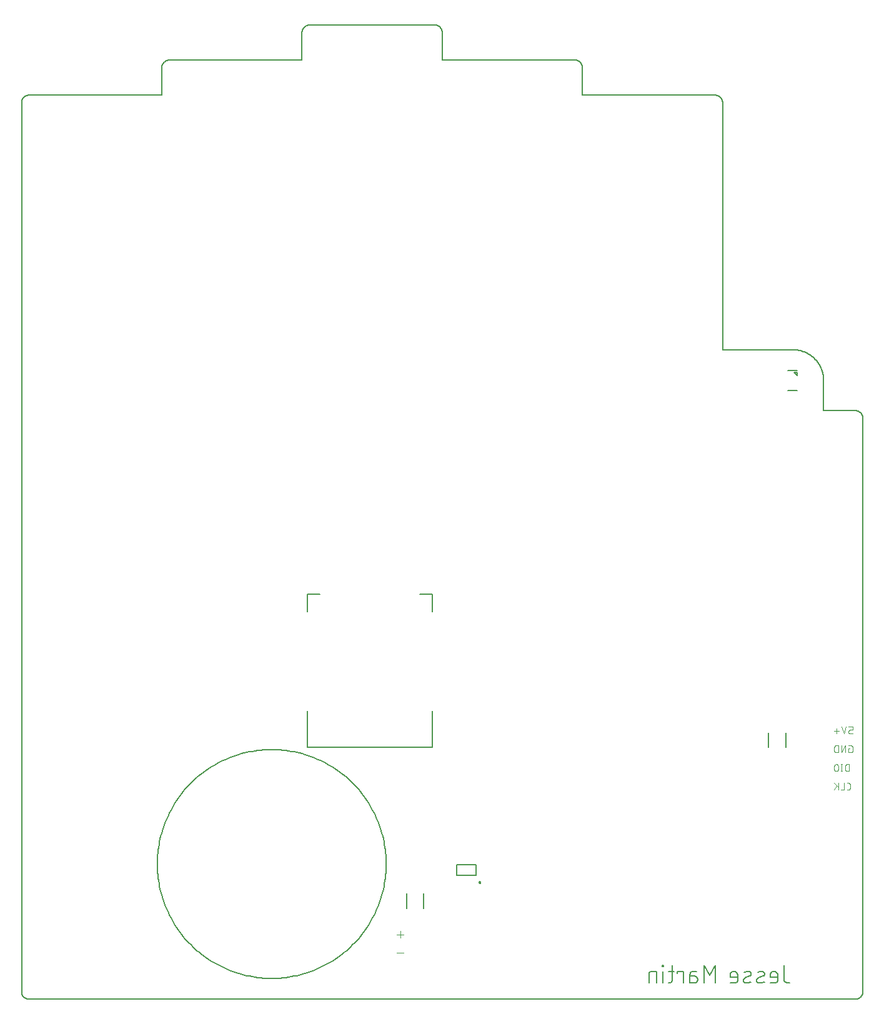
<source format=gbo>
G75*
%MOIN*%
%OFA0B0*%
%FSLAX25Y25*%
%IPPOS*%
%LPD*%
%AMOC8*
5,1,8,0,0,1.08239X$1,22.5*
%
%ADD10C,0.00600*%
%ADD11C,0.00800*%
%ADD12C,0.00400*%
%ADD13C,0.00300*%
%ADD14C,0.00500*%
%ADD15C,0.00787*%
D10*
X0089883Y0072166D02*
X0089883Y0546576D01*
X0089885Y0546700D01*
X0089891Y0546823D01*
X0089900Y0546947D01*
X0089914Y0547069D01*
X0089931Y0547192D01*
X0089953Y0547314D01*
X0089978Y0547435D01*
X0090007Y0547555D01*
X0090039Y0547674D01*
X0090076Y0547793D01*
X0090116Y0547910D01*
X0090159Y0548025D01*
X0090207Y0548140D01*
X0090258Y0548252D01*
X0090312Y0548363D01*
X0090370Y0548473D01*
X0090431Y0548580D01*
X0090496Y0548686D01*
X0090564Y0548789D01*
X0090635Y0548890D01*
X0090709Y0548989D01*
X0090786Y0549086D01*
X0090867Y0549180D01*
X0090950Y0549271D01*
X0091036Y0549360D01*
X0091125Y0549446D01*
X0091216Y0549529D01*
X0091310Y0549610D01*
X0091407Y0549687D01*
X0091506Y0549761D01*
X0091607Y0549832D01*
X0091710Y0549900D01*
X0091816Y0549965D01*
X0091923Y0550026D01*
X0092033Y0550084D01*
X0092144Y0550138D01*
X0092256Y0550189D01*
X0092371Y0550237D01*
X0092486Y0550280D01*
X0092603Y0550320D01*
X0092722Y0550357D01*
X0092841Y0550389D01*
X0092961Y0550418D01*
X0093082Y0550443D01*
X0093204Y0550465D01*
X0093327Y0550482D01*
X0093449Y0550496D01*
X0093573Y0550505D01*
X0093696Y0550511D01*
X0093820Y0550513D01*
X0164686Y0550513D01*
X0164686Y0565276D01*
X0164688Y0565400D01*
X0164694Y0565523D01*
X0164703Y0565647D01*
X0164717Y0565769D01*
X0164734Y0565892D01*
X0164756Y0566014D01*
X0164781Y0566135D01*
X0164810Y0566255D01*
X0164842Y0566374D01*
X0164879Y0566493D01*
X0164919Y0566610D01*
X0164962Y0566725D01*
X0165010Y0566840D01*
X0165061Y0566952D01*
X0165115Y0567063D01*
X0165173Y0567173D01*
X0165234Y0567280D01*
X0165299Y0567386D01*
X0165367Y0567489D01*
X0165438Y0567590D01*
X0165512Y0567689D01*
X0165589Y0567786D01*
X0165670Y0567880D01*
X0165753Y0567971D01*
X0165839Y0568060D01*
X0165928Y0568146D01*
X0166019Y0568229D01*
X0166113Y0568310D01*
X0166210Y0568387D01*
X0166309Y0568461D01*
X0166410Y0568532D01*
X0166513Y0568600D01*
X0166619Y0568665D01*
X0166726Y0568726D01*
X0166836Y0568784D01*
X0166947Y0568838D01*
X0167059Y0568889D01*
X0167174Y0568937D01*
X0167289Y0568980D01*
X0167406Y0569020D01*
X0167525Y0569057D01*
X0167644Y0569089D01*
X0167764Y0569118D01*
X0167885Y0569143D01*
X0168007Y0569165D01*
X0168130Y0569182D01*
X0168252Y0569196D01*
X0168376Y0569205D01*
X0168499Y0569211D01*
X0168623Y0569213D01*
X0239489Y0569213D01*
X0239489Y0583977D01*
X0239491Y0584101D01*
X0239497Y0584224D01*
X0239506Y0584348D01*
X0239520Y0584470D01*
X0239537Y0584593D01*
X0239559Y0584715D01*
X0239584Y0584836D01*
X0239613Y0584956D01*
X0239645Y0585075D01*
X0239682Y0585194D01*
X0239722Y0585311D01*
X0239765Y0585426D01*
X0239813Y0585541D01*
X0239864Y0585653D01*
X0239918Y0585764D01*
X0239976Y0585874D01*
X0240037Y0585981D01*
X0240102Y0586087D01*
X0240170Y0586190D01*
X0240241Y0586291D01*
X0240315Y0586390D01*
X0240392Y0586487D01*
X0240473Y0586581D01*
X0240556Y0586672D01*
X0240642Y0586761D01*
X0240731Y0586847D01*
X0240822Y0586930D01*
X0240916Y0587011D01*
X0241013Y0587088D01*
X0241112Y0587162D01*
X0241213Y0587233D01*
X0241316Y0587301D01*
X0241422Y0587366D01*
X0241529Y0587427D01*
X0241639Y0587485D01*
X0241750Y0587539D01*
X0241862Y0587590D01*
X0241977Y0587638D01*
X0242092Y0587681D01*
X0242209Y0587721D01*
X0242328Y0587758D01*
X0242447Y0587790D01*
X0242567Y0587819D01*
X0242688Y0587844D01*
X0242810Y0587866D01*
X0242933Y0587883D01*
X0243055Y0587897D01*
X0243179Y0587906D01*
X0243302Y0587912D01*
X0243426Y0587914D01*
X0310355Y0587914D01*
X0310479Y0587912D01*
X0310602Y0587906D01*
X0310726Y0587897D01*
X0310848Y0587883D01*
X0310971Y0587866D01*
X0311093Y0587844D01*
X0311214Y0587819D01*
X0311334Y0587790D01*
X0311453Y0587758D01*
X0311572Y0587721D01*
X0311689Y0587681D01*
X0311804Y0587638D01*
X0311919Y0587590D01*
X0312031Y0587539D01*
X0312142Y0587485D01*
X0312252Y0587427D01*
X0312359Y0587366D01*
X0312465Y0587301D01*
X0312568Y0587233D01*
X0312669Y0587162D01*
X0312768Y0587088D01*
X0312865Y0587011D01*
X0312959Y0586930D01*
X0313050Y0586847D01*
X0313139Y0586761D01*
X0313225Y0586672D01*
X0313308Y0586581D01*
X0313389Y0586487D01*
X0313466Y0586390D01*
X0313540Y0586291D01*
X0313611Y0586190D01*
X0313679Y0586087D01*
X0313744Y0585981D01*
X0313805Y0585874D01*
X0313863Y0585764D01*
X0313917Y0585653D01*
X0313968Y0585541D01*
X0314016Y0585426D01*
X0314059Y0585311D01*
X0314099Y0585194D01*
X0314136Y0585075D01*
X0314168Y0584956D01*
X0314197Y0584836D01*
X0314222Y0584715D01*
X0314244Y0584593D01*
X0314261Y0584470D01*
X0314275Y0584348D01*
X0314284Y0584224D01*
X0314290Y0584101D01*
X0314292Y0583977D01*
X0314292Y0569213D01*
X0385158Y0569213D01*
X0385282Y0569211D01*
X0385405Y0569205D01*
X0385529Y0569196D01*
X0385651Y0569182D01*
X0385774Y0569165D01*
X0385896Y0569143D01*
X0386017Y0569118D01*
X0386137Y0569089D01*
X0386256Y0569057D01*
X0386375Y0569020D01*
X0386492Y0568980D01*
X0386607Y0568937D01*
X0386722Y0568889D01*
X0386834Y0568838D01*
X0386945Y0568784D01*
X0387055Y0568726D01*
X0387162Y0568665D01*
X0387268Y0568600D01*
X0387371Y0568532D01*
X0387472Y0568461D01*
X0387571Y0568387D01*
X0387668Y0568310D01*
X0387762Y0568229D01*
X0387853Y0568146D01*
X0387942Y0568060D01*
X0388028Y0567971D01*
X0388111Y0567880D01*
X0388192Y0567786D01*
X0388269Y0567689D01*
X0388343Y0567590D01*
X0388414Y0567489D01*
X0388482Y0567386D01*
X0388547Y0567280D01*
X0388608Y0567173D01*
X0388666Y0567063D01*
X0388720Y0566952D01*
X0388771Y0566840D01*
X0388819Y0566725D01*
X0388862Y0566610D01*
X0388902Y0566493D01*
X0388939Y0566374D01*
X0388971Y0566255D01*
X0389000Y0566135D01*
X0389025Y0566014D01*
X0389047Y0565892D01*
X0389064Y0565769D01*
X0389078Y0565647D01*
X0389087Y0565523D01*
X0389093Y0565400D01*
X0389095Y0565276D01*
X0389095Y0550513D01*
X0459961Y0550513D01*
X0460085Y0550511D01*
X0460208Y0550505D01*
X0460332Y0550496D01*
X0460454Y0550482D01*
X0460577Y0550465D01*
X0460699Y0550443D01*
X0460820Y0550418D01*
X0460940Y0550389D01*
X0461059Y0550357D01*
X0461178Y0550320D01*
X0461295Y0550280D01*
X0461410Y0550237D01*
X0461525Y0550189D01*
X0461637Y0550138D01*
X0461748Y0550084D01*
X0461858Y0550026D01*
X0461965Y0549965D01*
X0462071Y0549900D01*
X0462174Y0549832D01*
X0462275Y0549761D01*
X0462374Y0549687D01*
X0462471Y0549610D01*
X0462565Y0549529D01*
X0462656Y0549446D01*
X0462745Y0549360D01*
X0462831Y0549271D01*
X0462914Y0549180D01*
X0462995Y0549086D01*
X0463072Y0548989D01*
X0463146Y0548890D01*
X0463217Y0548789D01*
X0463285Y0548686D01*
X0463350Y0548580D01*
X0463411Y0548473D01*
X0463469Y0548363D01*
X0463523Y0548252D01*
X0463574Y0548140D01*
X0463622Y0548025D01*
X0463665Y0547910D01*
X0463705Y0547793D01*
X0463742Y0547674D01*
X0463774Y0547555D01*
X0463803Y0547435D01*
X0463828Y0547314D01*
X0463850Y0547192D01*
X0463867Y0547069D01*
X0463881Y0546947D01*
X0463890Y0546823D01*
X0463896Y0546700D01*
X0463898Y0546576D01*
X0463898Y0414686D01*
X0501300Y0414686D01*
X0501300Y0414685D02*
X0501700Y0414680D01*
X0502099Y0414666D01*
X0502498Y0414642D01*
X0502896Y0414608D01*
X0503293Y0414564D01*
X0503689Y0414511D01*
X0504084Y0414449D01*
X0504477Y0414377D01*
X0504868Y0414295D01*
X0505257Y0414205D01*
X0505644Y0414104D01*
X0506028Y0413995D01*
X0506410Y0413876D01*
X0506788Y0413748D01*
X0507163Y0413610D01*
X0507535Y0413464D01*
X0507903Y0413309D01*
X0508268Y0413145D01*
X0508628Y0412972D01*
X0508984Y0412791D01*
X0509336Y0412601D01*
X0509683Y0412403D01*
X0510025Y0412196D01*
X0510361Y0411981D01*
X0510693Y0411758D01*
X0511019Y0411527D01*
X0511339Y0411288D01*
X0511654Y0411042D01*
X0511962Y0410788D01*
X0512265Y0410527D01*
X0512561Y0410258D01*
X0512850Y0409982D01*
X0513132Y0409700D01*
X0513408Y0409411D01*
X0513677Y0409115D01*
X0513938Y0408812D01*
X0514192Y0408504D01*
X0514438Y0408189D01*
X0514677Y0407869D01*
X0514908Y0407543D01*
X0515131Y0407211D01*
X0515346Y0406875D01*
X0515553Y0406533D01*
X0515751Y0406186D01*
X0515941Y0405834D01*
X0516122Y0405478D01*
X0516295Y0405118D01*
X0516459Y0404753D01*
X0516614Y0404385D01*
X0516760Y0404013D01*
X0516898Y0403638D01*
X0517026Y0403260D01*
X0517145Y0402878D01*
X0517254Y0402494D01*
X0517355Y0402107D01*
X0517445Y0401718D01*
X0517527Y0401327D01*
X0517599Y0400934D01*
X0517661Y0400539D01*
X0517714Y0400143D01*
X0517758Y0399746D01*
X0517792Y0399348D01*
X0517816Y0398949D01*
X0517830Y0398550D01*
X0517835Y0398150D01*
X0517835Y0382206D01*
X0534765Y0382206D01*
X0534889Y0382204D01*
X0535012Y0382198D01*
X0535136Y0382189D01*
X0535258Y0382175D01*
X0535381Y0382158D01*
X0535503Y0382136D01*
X0535624Y0382111D01*
X0535744Y0382082D01*
X0535863Y0382050D01*
X0535982Y0382013D01*
X0536099Y0381973D01*
X0536214Y0381930D01*
X0536329Y0381882D01*
X0536441Y0381831D01*
X0536552Y0381777D01*
X0536662Y0381719D01*
X0536769Y0381658D01*
X0536875Y0381593D01*
X0536978Y0381525D01*
X0537079Y0381454D01*
X0537178Y0381380D01*
X0537275Y0381303D01*
X0537369Y0381222D01*
X0537460Y0381139D01*
X0537549Y0381053D01*
X0537635Y0380964D01*
X0537718Y0380873D01*
X0537799Y0380779D01*
X0537876Y0380682D01*
X0537950Y0380583D01*
X0538021Y0380482D01*
X0538089Y0380379D01*
X0538154Y0380273D01*
X0538215Y0380166D01*
X0538273Y0380056D01*
X0538327Y0379945D01*
X0538378Y0379833D01*
X0538426Y0379718D01*
X0538469Y0379603D01*
X0538509Y0379486D01*
X0538546Y0379367D01*
X0538578Y0379248D01*
X0538607Y0379128D01*
X0538632Y0379007D01*
X0538654Y0378885D01*
X0538671Y0378762D01*
X0538685Y0378640D01*
X0538694Y0378516D01*
X0538700Y0378393D01*
X0538702Y0378269D01*
X0538702Y0072166D01*
X0538700Y0072042D01*
X0538694Y0071919D01*
X0538685Y0071795D01*
X0538671Y0071673D01*
X0538654Y0071550D01*
X0538632Y0071428D01*
X0538607Y0071307D01*
X0538578Y0071187D01*
X0538546Y0071068D01*
X0538509Y0070949D01*
X0538469Y0070832D01*
X0538426Y0070717D01*
X0538378Y0070602D01*
X0538327Y0070490D01*
X0538273Y0070379D01*
X0538215Y0070269D01*
X0538154Y0070162D01*
X0538089Y0070056D01*
X0538021Y0069953D01*
X0537950Y0069852D01*
X0537876Y0069753D01*
X0537799Y0069656D01*
X0537718Y0069562D01*
X0537635Y0069471D01*
X0537549Y0069382D01*
X0537460Y0069296D01*
X0537369Y0069213D01*
X0537275Y0069132D01*
X0537178Y0069055D01*
X0537079Y0068981D01*
X0536978Y0068910D01*
X0536875Y0068842D01*
X0536769Y0068777D01*
X0536662Y0068716D01*
X0536552Y0068658D01*
X0536441Y0068604D01*
X0536329Y0068553D01*
X0536214Y0068505D01*
X0536099Y0068462D01*
X0535982Y0068422D01*
X0535863Y0068385D01*
X0535744Y0068353D01*
X0535624Y0068324D01*
X0535503Y0068299D01*
X0535381Y0068277D01*
X0535258Y0068260D01*
X0535136Y0068246D01*
X0535012Y0068237D01*
X0534889Y0068231D01*
X0534765Y0068229D01*
X0093820Y0068229D01*
X0093696Y0068231D01*
X0093573Y0068237D01*
X0093449Y0068246D01*
X0093327Y0068260D01*
X0093204Y0068277D01*
X0093082Y0068299D01*
X0092961Y0068324D01*
X0092841Y0068353D01*
X0092722Y0068385D01*
X0092603Y0068422D01*
X0092486Y0068462D01*
X0092371Y0068505D01*
X0092256Y0068553D01*
X0092144Y0068604D01*
X0092033Y0068658D01*
X0091923Y0068716D01*
X0091816Y0068777D01*
X0091710Y0068842D01*
X0091607Y0068910D01*
X0091506Y0068981D01*
X0091407Y0069055D01*
X0091310Y0069132D01*
X0091216Y0069213D01*
X0091125Y0069296D01*
X0091036Y0069382D01*
X0090950Y0069471D01*
X0090867Y0069562D01*
X0090786Y0069656D01*
X0090709Y0069753D01*
X0090635Y0069852D01*
X0090564Y0069953D01*
X0090496Y0070056D01*
X0090431Y0070162D01*
X0090370Y0070269D01*
X0090312Y0070379D01*
X0090258Y0070490D01*
X0090207Y0070602D01*
X0090159Y0070717D01*
X0090116Y0070832D01*
X0090076Y0070949D01*
X0090039Y0071068D01*
X0090007Y0071187D01*
X0089978Y0071307D01*
X0089953Y0071428D01*
X0089931Y0071550D01*
X0089914Y0071673D01*
X0089900Y0071795D01*
X0089891Y0071919D01*
X0089885Y0072042D01*
X0089883Y0072166D01*
X0162323Y0140276D02*
X0162341Y0141774D01*
X0162397Y0143270D01*
X0162488Y0144765D01*
X0162617Y0146257D01*
X0162782Y0147746D01*
X0162983Y0149230D01*
X0163221Y0150709D01*
X0163496Y0152181D01*
X0163806Y0153646D01*
X0164152Y0155104D01*
X0164534Y0156552D01*
X0164951Y0157990D01*
X0165403Y0159418D01*
X0165890Y0160834D01*
X0166412Y0162238D01*
X0166968Y0163629D01*
X0167558Y0165005D01*
X0168182Y0166367D01*
X0168839Y0167713D01*
X0169529Y0169043D01*
X0170251Y0170355D01*
X0171005Y0171649D01*
X0171791Y0172924D01*
X0172607Y0174179D01*
X0173455Y0175414D01*
X0174332Y0176628D01*
X0175239Y0177820D01*
X0176175Y0178989D01*
X0177139Y0180135D01*
X0178131Y0181257D01*
X0179151Y0182355D01*
X0180197Y0183426D01*
X0181268Y0184472D01*
X0182366Y0185492D01*
X0183488Y0186484D01*
X0184634Y0187448D01*
X0185803Y0188384D01*
X0186995Y0189291D01*
X0188209Y0190168D01*
X0189444Y0191016D01*
X0190699Y0191832D01*
X0191974Y0192618D01*
X0193268Y0193372D01*
X0194580Y0194094D01*
X0195910Y0194784D01*
X0197256Y0195441D01*
X0198618Y0196065D01*
X0199994Y0196655D01*
X0201385Y0197211D01*
X0202789Y0197733D01*
X0204205Y0198220D01*
X0205633Y0198672D01*
X0207071Y0199089D01*
X0208519Y0199471D01*
X0209977Y0199817D01*
X0211442Y0200127D01*
X0212914Y0200402D01*
X0214393Y0200640D01*
X0215877Y0200841D01*
X0217366Y0201006D01*
X0218858Y0201135D01*
X0220353Y0201226D01*
X0221849Y0201282D01*
X0223347Y0201300D01*
X0224845Y0201282D01*
X0226341Y0201226D01*
X0227836Y0201135D01*
X0229328Y0201006D01*
X0230817Y0200841D01*
X0232301Y0200640D01*
X0233780Y0200402D01*
X0235252Y0200127D01*
X0236717Y0199817D01*
X0238175Y0199471D01*
X0239623Y0199089D01*
X0241061Y0198672D01*
X0242489Y0198220D01*
X0243905Y0197733D01*
X0245309Y0197211D01*
X0246700Y0196655D01*
X0248076Y0196065D01*
X0249438Y0195441D01*
X0250784Y0194784D01*
X0252114Y0194094D01*
X0253426Y0193372D01*
X0254720Y0192618D01*
X0255995Y0191832D01*
X0257250Y0191016D01*
X0258485Y0190168D01*
X0259699Y0189291D01*
X0260891Y0188384D01*
X0262060Y0187448D01*
X0263206Y0186484D01*
X0264328Y0185492D01*
X0265426Y0184472D01*
X0266497Y0183426D01*
X0267543Y0182355D01*
X0268563Y0181257D01*
X0269555Y0180135D01*
X0270519Y0178989D01*
X0271455Y0177820D01*
X0272362Y0176628D01*
X0273239Y0175414D01*
X0274087Y0174179D01*
X0274903Y0172924D01*
X0275689Y0171649D01*
X0276443Y0170355D01*
X0277165Y0169043D01*
X0277855Y0167713D01*
X0278512Y0166367D01*
X0279136Y0165005D01*
X0279726Y0163629D01*
X0280282Y0162238D01*
X0280804Y0160834D01*
X0281291Y0159418D01*
X0281743Y0157990D01*
X0282160Y0156552D01*
X0282542Y0155104D01*
X0282888Y0153646D01*
X0283198Y0152181D01*
X0283473Y0150709D01*
X0283711Y0149230D01*
X0283912Y0147746D01*
X0284077Y0146257D01*
X0284206Y0144765D01*
X0284297Y0143270D01*
X0284353Y0141774D01*
X0284371Y0140276D01*
X0284353Y0138778D01*
X0284297Y0137282D01*
X0284206Y0135787D01*
X0284077Y0134295D01*
X0283912Y0132806D01*
X0283711Y0131322D01*
X0283473Y0129843D01*
X0283198Y0128371D01*
X0282888Y0126906D01*
X0282542Y0125448D01*
X0282160Y0124000D01*
X0281743Y0122562D01*
X0281291Y0121134D01*
X0280804Y0119718D01*
X0280282Y0118314D01*
X0279726Y0116923D01*
X0279136Y0115547D01*
X0278512Y0114185D01*
X0277855Y0112839D01*
X0277165Y0111509D01*
X0276443Y0110197D01*
X0275689Y0108903D01*
X0274903Y0107628D01*
X0274087Y0106373D01*
X0273239Y0105138D01*
X0272362Y0103924D01*
X0271455Y0102732D01*
X0270519Y0101563D01*
X0269555Y0100417D01*
X0268563Y0099295D01*
X0267543Y0098197D01*
X0266497Y0097126D01*
X0265426Y0096080D01*
X0264328Y0095060D01*
X0263206Y0094068D01*
X0262060Y0093104D01*
X0260891Y0092168D01*
X0259699Y0091261D01*
X0258485Y0090384D01*
X0257250Y0089536D01*
X0255995Y0088720D01*
X0254720Y0087934D01*
X0253426Y0087180D01*
X0252114Y0086458D01*
X0250784Y0085768D01*
X0249438Y0085111D01*
X0248076Y0084487D01*
X0246700Y0083897D01*
X0245309Y0083341D01*
X0243905Y0082819D01*
X0242489Y0082332D01*
X0241061Y0081880D01*
X0239623Y0081463D01*
X0238175Y0081081D01*
X0236717Y0080735D01*
X0235252Y0080425D01*
X0233780Y0080150D01*
X0232301Y0079912D01*
X0230817Y0079711D01*
X0229328Y0079546D01*
X0227836Y0079417D01*
X0226341Y0079326D01*
X0224845Y0079270D01*
X0223347Y0079252D01*
X0221849Y0079270D01*
X0220353Y0079326D01*
X0218858Y0079417D01*
X0217366Y0079546D01*
X0215877Y0079711D01*
X0214393Y0079912D01*
X0212914Y0080150D01*
X0211442Y0080425D01*
X0209977Y0080735D01*
X0208519Y0081081D01*
X0207071Y0081463D01*
X0205633Y0081880D01*
X0204205Y0082332D01*
X0202789Y0082819D01*
X0201385Y0083341D01*
X0199994Y0083897D01*
X0198618Y0084487D01*
X0197256Y0085111D01*
X0195910Y0085768D01*
X0194580Y0086458D01*
X0193268Y0087180D01*
X0191974Y0087934D01*
X0190699Y0088720D01*
X0189444Y0089536D01*
X0188209Y0090384D01*
X0186995Y0091261D01*
X0185803Y0092168D01*
X0184634Y0093104D01*
X0183488Y0094068D01*
X0182366Y0095060D01*
X0181268Y0096080D01*
X0180197Y0097126D01*
X0179151Y0098197D01*
X0178131Y0099295D01*
X0177139Y0100417D01*
X0176175Y0101563D01*
X0175239Y0102732D01*
X0174332Y0103924D01*
X0173455Y0105138D01*
X0172607Y0106373D01*
X0171791Y0107628D01*
X0171005Y0108903D01*
X0170251Y0110197D01*
X0169529Y0111509D01*
X0168839Y0112839D01*
X0168182Y0114185D01*
X0167558Y0115547D01*
X0166968Y0116923D01*
X0166412Y0118314D01*
X0165890Y0119718D01*
X0165403Y0121134D01*
X0164951Y0122562D01*
X0164534Y0124000D01*
X0164152Y0125448D01*
X0163806Y0126906D01*
X0163496Y0128371D01*
X0163221Y0129843D01*
X0162983Y0131322D01*
X0162782Y0132806D01*
X0162617Y0134295D01*
X0162488Y0135787D01*
X0162397Y0137282D01*
X0162341Y0138778D01*
X0162323Y0140276D01*
D11*
X0424565Y0081497D02*
X0424565Y0076897D01*
X0428654Y0076897D02*
X0428654Y0083030D01*
X0426099Y0083030D01*
X0426021Y0083028D01*
X0425944Y0083022D01*
X0425867Y0083012D01*
X0425790Y0082999D01*
X0425715Y0082981D01*
X0425640Y0082960D01*
X0425567Y0082935D01*
X0425494Y0082906D01*
X0425424Y0082873D01*
X0425355Y0082837D01*
X0425288Y0082798D01*
X0425223Y0082755D01*
X0425161Y0082709D01*
X0425100Y0082660D01*
X0425043Y0082608D01*
X0424988Y0082553D01*
X0424936Y0082496D01*
X0424887Y0082435D01*
X0424841Y0082373D01*
X0424798Y0082308D01*
X0424759Y0082241D01*
X0424723Y0082172D01*
X0424690Y0082102D01*
X0424661Y0082029D01*
X0424636Y0081956D01*
X0424615Y0081881D01*
X0424597Y0081806D01*
X0424584Y0081729D01*
X0424574Y0081652D01*
X0424568Y0081575D01*
X0424566Y0081497D01*
X0432090Y0083030D02*
X0432090Y0076897D01*
X0434973Y0076897D02*
X0435485Y0076897D01*
X0435484Y0076897D02*
X0435562Y0076899D01*
X0435639Y0076905D01*
X0435716Y0076915D01*
X0435793Y0076928D01*
X0435868Y0076946D01*
X0435943Y0076967D01*
X0436016Y0076992D01*
X0436089Y0077021D01*
X0436159Y0077054D01*
X0436228Y0077090D01*
X0436295Y0077129D01*
X0436360Y0077172D01*
X0436422Y0077218D01*
X0436483Y0077267D01*
X0436540Y0077319D01*
X0436595Y0077374D01*
X0436647Y0077431D01*
X0436696Y0077492D01*
X0436742Y0077554D01*
X0436785Y0077619D01*
X0436824Y0077686D01*
X0436860Y0077755D01*
X0436893Y0077825D01*
X0436922Y0077898D01*
X0436947Y0077971D01*
X0436968Y0078046D01*
X0436986Y0078121D01*
X0436999Y0078198D01*
X0437009Y0078275D01*
X0437015Y0078352D01*
X0437017Y0078430D01*
X0437018Y0078430D02*
X0437018Y0086097D01*
X0438040Y0083030D02*
X0434973Y0083030D01*
X0432345Y0085586D02*
X0431834Y0085586D01*
X0431834Y0086097D01*
X0432345Y0086097D01*
X0432345Y0085586D01*
X0439810Y0083030D02*
X0439810Y0082008D01*
X0439810Y0083030D02*
X0442877Y0083030D01*
X0442877Y0076897D01*
X0446505Y0076897D02*
X0446505Y0081497D01*
X0446505Y0080475D02*
X0448805Y0080475D01*
X0446506Y0081497D02*
X0446508Y0081572D01*
X0446513Y0081647D01*
X0446523Y0081722D01*
X0446535Y0081796D01*
X0446552Y0081869D01*
X0446572Y0081942D01*
X0446596Y0082013D01*
X0446623Y0082084D01*
X0446653Y0082152D01*
X0446687Y0082220D01*
X0446724Y0082285D01*
X0446764Y0082349D01*
X0446808Y0082410D01*
X0446854Y0082470D01*
X0446903Y0082527D01*
X0446955Y0082581D01*
X0447010Y0082633D01*
X0447066Y0082682D01*
X0447126Y0082728D01*
X0447187Y0082772D01*
X0447251Y0082812D01*
X0447316Y0082849D01*
X0447384Y0082883D01*
X0447452Y0082913D01*
X0447523Y0082940D01*
X0447594Y0082964D01*
X0447667Y0082984D01*
X0447740Y0083001D01*
X0447814Y0083013D01*
X0447889Y0083023D01*
X0447964Y0083028D01*
X0448039Y0083030D01*
X0450083Y0083030D01*
X0448805Y0080475D02*
X0448889Y0080473D01*
X0448973Y0080467D01*
X0449056Y0080457D01*
X0449139Y0080444D01*
X0449221Y0080426D01*
X0449302Y0080405D01*
X0449382Y0080379D01*
X0449460Y0080351D01*
X0449538Y0080318D01*
X0449613Y0080282D01*
X0449687Y0080242D01*
X0449759Y0080199D01*
X0449829Y0080153D01*
X0449897Y0080103D01*
X0449962Y0080050D01*
X0450025Y0079995D01*
X0450085Y0079936D01*
X0450142Y0079875D01*
X0450196Y0079811D01*
X0450247Y0079744D01*
X0450295Y0079676D01*
X0450340Y0079605D01*
X0450382Y0079532D01*
X0450419Y0079457D01*
X0450454Y0079380D01*
X0450485Y0079302D01*
X0450512Y0079223D01*
X0450535Y0079142D01*
X0450554Y0079061D01*
X0450570Y0078978D01*
X0450582Y0078895D01*
X0450590Y0078812D01*
X0450594Y0078728D01*
X0450594Y0078644D01*
X0450590Y0078560D01*
X0450582Y0078477D01*
X0450570Y0078394D01*
X0450554Y0078311D01*
X0450535Y0078230D01*
X0450512Y0078149D01*
X0450485Y0078070D01*
X0450454Y0077992D01*
X0450419Y0077915D01*
X0450382Y0077840D01*
X0450340Y0077767D01*
X0450295Y0077696D01*
X0450247Y0077628D01*
X0450196Y0077561D01*
X0450142Y0077497D01*
X0450085Y0077436D01*
X0450025Y0077377D01*
X0449962Y0077322D01*
X0449897Y0077269D01*
X0449829Y0077219D01*
X0449759Y0077173D01*
X0449687Y0077130D01*
X0449613Y0077090D01*
X0449538Y0077054D01*
X0449460Y0077021D01*
X0449382Y0076993D01*
X0449302Y0076967D01*
X0449221Y0076946D01*
X0449139Y0076928D01*
X0449056Y0076915D01*
X0448973Y0076905D01*
X0448889Y0076899D01*
X0448805Y0076897D01*
X0446505Y0076897D01*
X0453957Y0076897D02*
X0453957Y0086097D01*
X0457024Y0080986D01*
X0460090Y0086097D01*
X0460090Y0076897D01*
X0467857Y0076897D02*
X0470413Y0076897D01*
X0470488Y0076899D01*
X0470563Y0076904D01*
X0470638Y0076914D01*
X0470712Y0076926D01*
X0470785Y0076943D01*
X0470858Y0076963D01*
X0470929Y0076987D01*
X0471000Y0077014D01*
X0471068Y0077044D01*
X0471136Y0077078D01*
X0471201Y0077115D01*
X0471265Y0077155D01*
X0471326Y0077199D01*
X0471386Y0077245D01*
X0471443Y0077294D01*
X0471497Y0077346D01*
X0471549Y0077401D01*
X0471598Y0077457D01*
X0471644Y0077517D01*
X0471688Y0077578D01*
X0471728Y0077642D01*
X0471765Y0077707D01*
X0471799Y0077775D01*
X0471829Y0077843D01*
X0471856Y0077914D01*
X0471880Y0077985D01*
X0471900Y0078058D01*
X0471917Y0078131D01*
X0471929Y0078205D01*
X0471939Y0078280D01*
X0471944Y0078355D01*
X0471946Y0078430D01*
X0471946Y0080986D01*
X0471946Y0079964D02*
X0467857Y0079964D01*
X0467857Y0080986D01*
X0467858Y0080986D02*
X0467860Y0081075D01*
X0467866Y0081164D01*
X0467875Y0081253D01*
X0467889Y0081341D01*
X0467906Y0081428D01*
X0467928Y0081515D01*
X0467953Y0081601D01*
X0467981Y0081685D01*
X0468014Y0081768D01*
X0468050Y0081850D01*
X0468089Y0081930D01*
X0468132Y0082008D01*
X0468178Y0082084D01*
X0468228Y0082158D01*
X0468280Y0082230D01*
X0468336Y0082300D01*
X0468395Y0082367D01*
X0468457Y0082431D01*
X0468521Y0082493D01*
X0468588Y0082552D01*
X0468658Y0082608D01*
X0468730Y0082660D01*
X0468804Y0082710D01*
X0468880Y0082756D01*
X0468958Y0082799D01*
X0469038Y0082838D01*
X0469120Y0082874D01*
X0469203Y0082907D01*
X0469287Y0082935D01*
X0469373Y0082960D01*
X0469460Y0082982D01*
X0469547Y0082999D01*
X0469635Y0083013D01*
X0469724Y0083022D01*
X0469813Y0083028D01*
X0469902Y0083030D01*
X0469991Y0083028D01*
X0470080Y0083022D01*
X0470169Y0083013D01*
X0470257Y0082999D01*
X0470344Y0082982D01*
X0470431Y0082960D01*
X0470517Y0082935D01*
X0470601Y0082907D01*
X0470684Y0082874D01*
X0470766Y0082838D01*
X0470846Y0082799D01*
X0470924Y0082756D01*
X0471000Y0082710D01*
X0471074Y0082660D01*
X0471146Y0082608D01*
X0471216Y0082552D01*
X0471283Y0082493D01*
X0471347Y0082431D01*
X0471409Y0082367D01*
X0471468Y0082300D01*
X0471524Y0082230D01*
X0471576Y0082158D01*
X0471626Y0082084D01*
X0471672Y0082008D01*
X0471715Y0081930D01*
X0471754Y0081850D01*
X0471790Y0081768D01*
X0471823Y0081685D01*
X0471851Y0081601D01*
X0471876Y0081515D01*
X0471898Y0081428D01*
X0471915Y0081341D01*
X0471929Y0081253D01*
X0471938Y0081164D01*
X0471944Y0081075D01*
X0471946Y0080986D01*
X0475748Y0079452D02*
X0478303Y0080475D01*
X0478369Y0080503D01*
X0478434Y0080536D01*
X0478497Y0080571D01*
X0478557Y0080610D01*
X0478616Y0080652D01*
X0478672Y0080698D01*
X0478725Y0080746D01*
X0478776Y0080797D01*
X0478824Y0080851D01*
X0478869Y0080907D01*
X0478911Y0080966D01*
X0478949Y0081027D01*
X0478985Y0081090D01*
X0479016Y0081155D01*
X0479044Y0081221D01*
X0479069Y0081289D01*
X0479090Y0081358D01*
X0479107Y0081428D01*
X0479120Y0081499D01*
X0479129Y0081570D01*
X0479135Y0081642D01*
X0479136Y0081714D01*
X0479134Y0081786D01*
X0479127Y0081858D01*
X0479117Y0081929D01*
X0479103Y0082000D01*
X0479085Y0082070D01*
X0479063Y0082139D01*
X0479038Y0082206D01*
X0479009Y0082272D01*
X0478976Y0082336D01*
X0478940Y0082399D01*
X0478900Y0082459D01*
X0478858Y0082517D01*
X0478812Y0082573D01*
X0478763Y0082626D01*
X0478712Y0082677D01*
X0478658Y0082724D01*
X0478601Y0082769D01*
X0478542Y0082810D01*
X0478481Y0082848D01*
X0478418Y0082883D01*
X0478353Y0082914D01*
X0478286Y0082942D01*
X0478218Y0082966D01*
X0478149Y0082986D01*
X0478079Y0083003D01*
X0478008Y0083015D01*
X0477936Y0083024D01*
X0477864Y0083029D01*
X0477792Y0083030D01*
X0479070Y0077408D02*
X0478876Y0077341D01*
X0478681Y0077278D01*
X0478484Y0077220D01*
X0478286Y0077167D01*
X0478087Y0077119D01*
X0477887Y0077075D01*
X0477686Y0077036D01*
X0477483Y0077002D01*
X0477281Y0076972D01*
X0477077Y0076947D01*
X0476873Y0076927D01*
X0476668Y0076912D01*
X0476464Y0076902D01*
X0476259Y0076897D01*
X0476187Y0076898D01*
X0476115Y0076903D01*
X0476043Y0076912D01*
X0475972Y0076924D01*
X0475902Y0076941D01*
X0475833Y0076961D01*
X0475765Y0076985D01*
X0475698Y0077013D01*
X0475633Y0077044D01*
X0475570Y0077079D01*
X0475509Y0077117D01*
X0475450Y0077158D01*
X0475393Y0077203D01*
X0475339Y0077250D01*
X0475288Y0077301D01*
X0475239Y0077354D01*
X0475193Y0077410D01*
X0475151Y0077468D01*
X0475111Y0077528D01*
X0475075Y0077591D01*
X0475042Y0077655D01*
X0475013Y0077721D01*
X0474988Y0077788D01*
X0474966Y0077857D01*
X0474948Y0077927D01*
X0474934Y0077998D01*
X0474924Y0078069D01*
X0474917Y0078141D01*
X0474915Y0078213D01*
X0474916Y0078285D01*
X0474922Y0078357D01*
X0474931Y0078428D01*
X0474944Y0078499D01*
X0474961Y0078569D01*
X0474982Y0078638D01*
X0475007Y0078706D01*
X0475035Y0078772D01*
X0475066Y0078837D01*
X0475102Y0078900D01*
X0475140Y0078961D01*
X0475182Y0079020D01*
X0475227Y0079076D01*
X0475275Y0079130D01*
X0475326Y0079181D01*
X0475379Y0079229D01*
X0475435Y0079275D01*
X0475494Y0079317D01*
X0475554Y0079356D01*
X0475617Y0079391D01*
X0475682Y0079424D01*
X0475748Y0079452D01*
X0475492Y0082519D02*
X0475628Y0082578D01*
X0475766Y0082634D01*
X0475904Y0082686D01*
X0476045Y0082735D01*
X0476186Y0082780D01*
X0476328Y0082821D01*
X0476472Y0082859D01*
X0476616Y0082893D01*
X0476761Y0082923D01*
X0476907Y0082950D01*
X0477053Y0082973D01*
X0477201Y0082992D01*
X0477348Y0083007D01*
X0477496Y0083019D01*
X0477644Y0083026D01*
X0477792Y0083030D01*
X0483383Y0076897D02*
X0483588Y0076902D01*
X0483792Y0076912D01*
X0483997Y0076927D01*
X0484201Y0076947D01*
X0484405Y0076972D01*
X0484607Y0077002D01*
X0484810Y0077036D01*
X0485011Y0077075D01*
X0485211Y0077119D01*
X0485410Y0077167D01*
X0485608Y0077220D01*
X0485805Y0077278D01*
X0486000Y0077341D01*
X0486194Y0077408D01*
X0484916Y0083030D02*
X0484768Y0083026D01*
X0484620Y0083019D01*
X0484472Y0083007D01*
X0484325Y0082992D01*
X0484177Y0082973D01*
X0484031Y0082950D01*
X0483885Y0082923D01*
X0483740Y0082893D01*
X0483596Y0082859D01*
X0483452Y0082821D01*
X0483310Y0082780D01*
X0483169Y0082735D01*
X0483028Y0082686D01*
X0482890Y0082634D01*
X0482752Y0082578D01*
X0482616Y0082519D01*
X0484916Y0083030D02*
X0484988Y0083029D01*
X0485060Y0083024D01*
X0485132Y0083015D01*
X0485203Y0083003D01*
X0485273Y0082986D01*
X0485342Y0082966D01*
X0485410Y0082942D01*
X0485477Y0082914D01*
X0485542Y0082883D01*
X0485605Y0082848D01*
X0485666Y0082810D01*
X0485725Y0082769D01*
X0485782Y0082724D01*
X0485836Y0082677D01*
X0485887Y0082626D01*
X0485936Y0082573D01*
X0485982Y0082517D01*
X0486024Y0082459D01*
X0486064Y0082399D01*
X0486100Y0082336D01*
X0486133Y0082272D01*
X0486162Y0082206D01*
X0486187Y0082139D01*
X0486209Y0082070D01*
X0486227Y0082000D01*
X0486241Y0081929D01*
X0486251Y0081858D01*
X0486258Y0081786D01*
X0486260Y0081714D01*
X0486259Y0081642D01*
X0486253Y0081570D01*
X0486244Y0081499D01*
X0486231Y0081428D01*
X0486214Y0081358D01*
X0486193Y0081289D01*
X0486168Y0081221D01*
X0486140Y0081155D01*
X0486109Y0081090D01*
X0486073Y0081027D01*
X0486035Y0080966D01*
X0485993Y0080907D01*
X0485948Y0080851D01*
X0485900Y0080797D01*
X0485849Y0080746D01*
X0485796Y0080698D01*
X0485740Y0080652D01*
X0485681Y0080610D01*
X0485621Y0080571D01*
X0485558Y0080536D01*
X0485493Y0080503D01*
X0485427Y0080475D01*
X0482872Y0079452D01*
X0482806Y0079424D01*
X0482741Y0079391D01*
X0482678Y0079356D01*
X0482618Y0079317D01*
X0482559Y0079275D01*
X0482503Y0079229D01*
X0482450Y0079181D01*
X0482399Y0079130D01*
X0482351Y0079076D01*
X0482306Y0079020D01*
X0482264Y0078961D01*
X0482226Y0078900D01*
X0482190Y0078837D01*
X0482159Y0078772D01*
X0482131Y0078706D01*
X0482106Y0078638D01*
X0482085Y0078569D01*
X0482068Y0078499D01*
X0482055Y0078428D01*
X0482046Y0078357D01*
X0482040Y0078285D01*
X0482039Y0078213D01*
X0482041Y0078141D01*
X0482048Y0078069D01*
X0482058Y0077998D01*
X0482072Y0077927D01*
X0482090Y0077857D01*
X0482112Y0077788D01*
X0482137Y0077721D01*
X0482166Y0077655D01*
X0482199Y0077591D01*
X0482235Y0077528D01*
X0482275Y0077468D01*
X0482317Y0077410D01*
X0482363Y0077354D01*
X0482412Y0077301D01*
X0482463Y0077250D01*
X0482517Y0077203D01*
X0482574Y0077158D01*
X0482633Y0077117D01*
X0482694Y0077079D01*
X0482757Y0077044D01*
X0482822Y0077013D01*
X0482889Y0076985D01*
X0482957Y0076961D01*
X0483026Y0076941D01*
X0483096Y0076924D01*
X0483167Y0076912D01*
X0483239Y0076903D01*
X0483311Y0076898D01*
X0483383Y0076897D01*
X0489229Y0076897D02*
X0491785Y0076897D01*
X0491860Y0076899D01*
X0491935Y0076904D01*
X0492010Y0076914D01*
X0492084Y0076926D01*
X0492157Y0076943D01*
X0492230Y0076963D01*
X0492301Y0076987D01*
X0492372Y0077014D01*
X0492440Y0077044D01*
X0492508Y0077078D01*
X0492573Y0077115D01*
X0492637Y0077155D01*
X0492698Y0077199D01*
X0492758Y0077245D01*
X0492815Y0077294D01*
X0492869Y0077346D01*
X0492921Y0077401D01*
X0492970Y0077457D01*
X0493016Y0077517D01*
X0493060Y0077578D01*
X0493100Y0077642D01*
X0493137Y0077707D01*
X0493171Y0077775D01*
X0493201Y0077843D01*
X0493228Y0077914D01*
X0493252Y0077985D01*
X0493272Y0078058D01*
X0493289Y0078131D01*
X0493301Y0078205D01*
X0493311Y0078280D01*
X0493316Y0078355D01*
X0493318Y0078430D01*
X0493318Y0080986D01*
X0493318Y0079964D02*
X0489229Y0079964D01*
X0489229Y0080986D01*
X0489230Y0080986D02*
X0489232Y0081075D01*
X0489238Y0081164D01*
X0489247Y0081253D01*
X0489261Y0081341D01*
X0489278Y0081428D01*
X0489300Y0081515D01*
X0489325Y0081601D01*
X0489353Y0081685D01*
X0489386Y0081768D01*
X0489422Y0081850D01*
X0489461Y0081930D01*
X0489504Y0082008D01*
X0489550Y0082084D01*
X0489600Y0082158D01*
X0489652Y0082230D01*
X0489708Y0082300D01*
X0489767Y0082367D01*
X0489829Y0082431D01*
X0489893Y0082493D01*
X0489960Y0082552D01*
X0490030Y0082608D01*
X0490102Y0082660D01*
X0490176Y0082710D01*
X0490252Y0082756D01*
X0490330Y0082799D01*
X0490410Y0082838D01*
X0490492Y0082874D01*
X0490575Y0082907D01*
X0490659Y0082935D01*
X0490745Y0082960D01*
X0490832Y0082982D01*
X0490919Y0082999D01*
X0491007Y0083013D01*
X0491096Y0083022D01*
X0491185Y0083028D01*
X0491274Y0083030D01*
X0491363Y0083028D01*
X0491452Y0083022D01*
X0491541Y0083013D01*
X0491629Y0082999D01*
X0491716Y0082982D01*
X0491803Y0082960D01*
X0491889Y0082935D01*
X0491973Y0082907D01*
X0492056Y0082874D01*
X0492138Y0082838D01*
X0492218Y0082799D01*
X0492296Y0082756D01*
X0492372Y0082710D01*
X0492446Y0082660D01*
X0492518Y0082608D01*
X0492588Y0082552D01*
X0492655Y0082493D01*
X0492719Y0082431D01*
X0492781Y0082367D01*
X0492840Y0082300D01*
X0492896Y0082230D01*
X0492948Y0082158D01*
X0492998Y0082084D01*
X0493044Y0082008D01*
X0493087Y0081930D01*
X0493126Y0081850D01*
X0493162Y0081768D01*
X0493195Y0081685D01*
X0493223Y0081601D01*
X0493248Y0081515D01*
X0493270Y0081428D01*
X0493287Y0081341D01*
X0493301Y0081253D01*
X0493310Y0081164D01*
X0493316Y0081075D01*
X0493318Y0080986D01*
X0496652Y0078941D02*
X0496652Y0086097D01*
X0496653Y0078941D02*
X0496655Y0078852D01*
X0496661Y0078763D01*
X0496670Y0078674D01*
X0496684Y0078586D01*
X0496701Y0078499D01*
X0496723Y0078412D01*
X0496748Y0078326D01*
X0496776Y0078242D01*
X0496809Y0078159D01*
X0496845Y0078077D01*
X0496884Y0077997D01*
X0496927Y0077919D01*
X0496973Y0077843D01*
X0497023Y0077769D01*
X0497075Y0077697D01*
X0497131Y0077627D01*
X0497190Y0077560D01*
X0497252Y0077496D01*
X0497316Y0077434D01*
X0497383Y0077375D01*
X0497453Y0077319D01*
X0497525Y0077267D01*
X0497599Y0077217D01*
X0497675Y0077171D01*
X0497753Y0077128D01*
X0497833Y0077089D01*
X0497915Y0077053D01*
X0497998Y0077020D01*
X0498082Y0076992D01*
X0498168Y0076967D01*
X0498255Y0076945D01*
X0498342Y0076928D01*
X0498430Y0076914D01*
X0498519Y0076905D01*
X0498608Y0076899D01*
X0498697Y0076897D01*
X0499719Y0076897D01*
D12*
X0293585Y0092892D02*
X0290118Y0092892D01*
X0291851Y0100959D02*
X0291851Y0104426D01*
X0290118Y0102692D02*
X0293585Y0102692D01*
D13*
X0523497Y0179796D02*
X0524731Y0182058D01*
X0525553Y0181235D02*
X0523497Y0183496D01*
X0525553Y0183496D02*
X0525553Y0179796D01*
X0527073Y0179796D02*
X0528718Y0179796D01*
X0528718Y0183496D01*
X0530210Y0183496D02*
X0531032Y0183496D01*
X0531088Y0183494D01*
X0531144Y0183488D01*
X0531199Y0183479D01*
X0531254Y0183466D01*
X0531307Y0183449D01*
X0531359Y0183428D01*
X0531410Y0183404D01*
X0531459Y0183376D01*
X0531506Y0183346D01*
X0531551Y0183312D01*
X0531593Y0183275D01*
X0531633Y0183235D01*
X0531670Y0183193D01*
X0531704Y0183148D01*
X0531734Y0183101D01*
X0531762Y0183052D01*
X0531786Y0183001D01*
X0531807Y0182949D01*
X0531824Y0182896D01*
X0531837Y0182841D01*
X0531846Y0182786D01*
X0531852Y0182730D01*
X0531854Y0182674D01*
X0531855Y0182674D02*
X0531855Y0180619D01*
X0531854Y0180619D02*
X0531852Y0180563D01*
X0531846Y0180507D01*
X0531837Y0180452D01*
X0531824Y0180397D01*
X0531807Y0180344D01*
X0531786Y0180292D01*
X0531762Y0180241D01*
X0531734Y0180192D01*
X0531704Y0180145D01*
X0531670Y0180100D01*
X0531633Y0180058D01*
X0531593Y0180018D01*
X0531551Y0179981D01*
X0531506Y0179947D01*
X0531459Y0179917D01*
X0531410Y0179889D01*
X0531359Y0179865D01*
X0531307Y0179844D01*
X0531254Y0179827D01*
X0531199Y0179814D01*
X0531144Y0179805D01*
X0531088Y0179799D01*
X0531032Y0179797D01*
X0531032Y0179796D02*
X0530210Y0179796D01*
X0530405Y0189796D02*
X0531433Y0189796D01*
X0531433Y0193496D01*
X0530405Y0193496D01*
X0530405Y0193497D02*
X0530343Y0193495D01*
X0530281Y0193490D01*
X0530220Y0193480D01*
X0530159Y0193467D01*
X0530099Y0193450D01*
X0530040Y0193430D01*
X0529983Y0193406D01*
X0529927Y0193379D01*
X0529873Y0193349D01*
X0529821Y0193315D01*
X0529771Y0193278D01*
X0529723Y0193238D01*
X0529678Y0193196D01*
X0529636Y0193151D01*
X0529596Y0193103D01*
X0529559Y0193053D01*
X0529525Y0193001D01*
X0529495Y0192947D01*
X0529468Y0192891D01*
X0529444Y0192834D01*
X0529424Y0192775D01*
X0529407Y0192715D01*
X0529394Y0192654D01*
X0529384Y0192593D01*
X0529379Y0192531D01*
X0529377Y0192469D01*
X0529377Y0190824D01*
X0529379Y0190762D01*
X0529384Y0190700D01*
X0529394Y0190639D01*
X0529407Y0190578D01*
X0529424Y0190518D01*
X0529444Y0190459D01*
X0529468Y0190402D01*
X0529495Y0190346D01*
X0529525Y0190292D01*
X0529559Y0190240D01*
X0529596Y0190190D01*
X0529636Y0190142D01*
X0529678Y0190097D01*
X0529723Y0190055D01*
X0529771Y0190015D01*
X0529821Y0189978D01*
X0529873Y0189944D01*
X0529927Y0189914D01*
X0529983Y0189887D01*
X0530040Y0189863D01*
X0530099Y0189843D01*
X0530159Y0189826D01*
X0530220Y0189813D01*
X0530281Y0189803D01*
X0530343Y0189798D01*
X0530405Y0189796D01*
X0527816Y0189796D02*
X0526994Y0189796D01*
X0527405Y0189796D02*
X0527405Y0193496D01*
X0527816Y0193496D02*
X0526994Y0193496D01*
X0525553Y0192469D02*
X0525553Y0190824D01*
X0525551Y0190761D01*
X0525545Y0190698D01*
X0525535Y0190635D01*
X0525522Y0190573D01*
X0525505Y0190512D01*
X0525484Y0190453D01*
X0525459Y0190394D01*
X0525431Y0190338D01*
X0525399Y0190283D01*
X0525364Y0190230D01*
X0525326Y0190180D01*
X0525285Y0190131D01*
X0525241Y0190086D01*
X0525194Y0190043D01*
X0525145Y0190004D01*
X0525093Y0189967D01*
X0525039Y0189934D01*
X0524983Y0189904D01*
X0524926Y0189877D01*
X0524867Y0189854D01*
X0524806Y0189835D01*
X0524745Y0189820D01*
X0524683Y0189808D01*
X0524620Y0189800D01*
X0524557Y0189796D01*
X0524493Y0189796D01*
X0524430Y0189800D01*
X0524367Y0189808D01*
X0524305Y0189820D01*
X0524244Y0189835D01*
X0524183Y0189854D01*
X0524124Y0189877D01*
X0524067Y0189904D01*
X0524011Y0189934D01*
X0523957Y0189967D01*
X0523905Y0190004D01*
X0523856Y0190043D01*
X0523809Y0190086D01*
X0523765Y0190131D01*
X0523724Y0190180D01*
X0523686Y0190230D01*
X0523651Y0190283D01*
X0523619Y0190338D01*
X0523591Y0190394D01*
X0523566Y0190453D01*
X0523545Y0190512D01*
X0523528Y0190573D01*
X0523515Y0190635D01*
X0523505Y0190698D01*
X0523499Y0190761D01*
X0523497Y0190824D01*
X0523497Y0192469D01*
X0523499Y0192532D01*
X0523505Y0192595D01*
X0523515Y0192658D01*
X0523528Y0192720D01*
X0523545Y0192781D01*
X0523566Y0192840D01*
X0523591Y0192899D01*
X0523619Y0192955D01*
X0523651Y0193010D01*
X0523686Y0193063D01*
X0523724Y0193113D01*
X0523765Y0193162D01*
X0523809Y0193207D01*
X0523856Y0193250D01*
X0523905Y0193289D01*
X0523957Y0193326D01*
X0524011Y0193359D01*
X0524067Y0193389D01*
X0524124Y0193416D01*
X0524183Y0193439D01*
X0524244Y0193458D01*
X0524305Y0193473D01*
X0524367Y0193485D01*
X0524430Y0193493D01*
X0524493Y0193497D01*
X0524557Y0193497D01*
X0524620Y0193493D01*
X0524683Y0193485D01*
X0524745Y0193473D01*
X0524806Y0193458D01*
X0524867Y0193439D01*
X0524926Y0193416D01*
X0524983Y0193389D01*
X0525039Y0193359D01*
X0525093Y0193326D01*
X0525145Y0193289D01*
X0525194Y0193250D01*
X0525241Y0193207D01*
X0525285Y0193162D01*
X0525326Y0193113D01*
X0525364Y0193063D01*
X0525399Y0193010D01*
X0525431Y0192955D01*
X0525459Y0192899D01*
X0525484Y0192840D01*
X0525505Y0192781D01*
X0525522Y0192720D01*
X0525535Y0192658D01*
X0525545Y0192595D01*
X0525551Y0192532D01*
X0525553Y0192469D01*
X0525553Y0199796D02*
X0524525Y0199796D01*
X0525553Y0199796D02*
X0525553Y0203496D01*
X0524525Y0203496D01*
X0524525Y0203497D02*
X0524463Y0203495D01*
X0524401Y0203490D01*
X0524340Y0203480D01*
X0524279Y0203467D01*
X0524219Y0203450D01*
X0524160Y0203430D01*
X0524103Y0203406D01*
X0524047Y0203379D01*
X0523993Y0203349D01*
X0523941Y0203315D01*
X0523891Y0203278D01*
X0523843Y0203238D01*
X0523798Y0203196D01*
X0523756Y0203151D01*
X0523716Y0203103D01*
X0523679Y0203053D01*
X0523645Y0203001D01*
X0523615Y0202947D01*
X0523588Y0202891D01*
X0523564Y0202834D01*
X0523544Y0202775D01*
X0523527Y0202715D01*
X0523514Y0202654D01*
X0523504Y0202593D01*
X0523499Y0202531D01*
X0523497Y0202469D01*
X0523497Y0200824D01*
X0523499Y0200762D01*
X0523504Y0200700D01*
X0523514Y0200639D01*
X0523527Y0200578D01*
X0523544Y0200518D01*
X0523564Y0200459D01*
X0523588Y0200402D01*
X0523615Y0200346D01*
X0523645Y0200292D01*
X0523679Y0200240D01*
X0523716Y0200190D01*
X0523756Y0200142D01*
X0523798Y0200097D01*
X0523843Y0200055D01*
X0523891Y0200015D01*
X0523941Y0199978D01*
X0523993Y0199944D01*
X0524047Y0199914D01*
X0524103Y0199887D01*
X0524160Y0199863D01*
X0524219Y0199843D01*
X0524279Y0199826D01*
X0524340Y0199813D01*
X0524401Y0199803D01*
X0524463Y0199798D01*
X0524525Y0199796D01*
X0527337Y0199796D02*
X0527337Y0203496D01*
X0529393Y0203496D02*
X0527337Y0199796D01*
X0529393Y0199796D02*
X0529393Y0203496D01*
X0531177Y0203496D02*
X0532411Y0203496D01*
X0532467Y0203494D01*
X0532523Y0203488D01*
X0532578Y0203479D01*
X0532633Y0203466D01*
X0532686Y0203449D01*
X0532738Y0203428D01*
X0532789Y0203404D01*
X0532838Y0203376D01*
X0532885Y0203346D01*
X0532930Y0203312D01*
X0532972Y0203275D01*
X0533012Y0203235D01*
X0533049Y0203193D01*
X0533083Y0203148D01*
X0533113Y0203101D01*
X0533141Y0203052D01*
X0533165Y0203001D01*
X0533186Y0202949D01*
X0533203Y0202896D01*
X0533216Y0202841D01*
X0533225Y0202786D01*
X0533231Y0202730D01*
X0533233Y0202674D01*
X0533233Y0200619D01*
X0533231Y0200563D01*
X0533225Y0200507D01*
X0533216Y0200452D01*
X0533203Y0200397D01*
X0533186Y0200344D01*
X0533165Y0200292D01*
X0533141Y0200241D01*
X0533113Y0200192D01*
X0533083Y0200145D01*
X0533049Y0200100D01*
X0533012Y0200058D01*
X0532972Y0200018D01*
X0532930Y0199981D01*
X0532885Y0199947D01*
X0532838Y0199917D01*
X0532789Y0199889D01*
X0532738Y0199865D01*
X0532686Y0199844D01*
X0532633Y0199827D01*
X0532578Y0199814D01*
X0532523Y0199805D01*
X0532467Y0199799D01*
X0532411Y0199797D01*
X0532411Y0199796D02*
X0531177Y0199796D01*
X0531177Y0201852D01*
X0531794Y0201852D01*
X0531965Y0209796D02*
X0533198Y0209796D01*
X0531965Y0209797D02*
X0531909Y0209799D01*
X0531853Y0209805D01*
X0531798Y0209814D01*
X0531743Y0209827D01*
X0531690Y0209844D01*
X0531638Y0209865D01*
X0531587Y0209889D01*
X0531538Y0209917D01*
X0531491Y0209947D01*
X0531446Y0209981D01*
X0531404Y0210018D01*
X0531364Y0210058D01*
X0531327Y0210100D01*
X0531293Y0210145D01*
X0531263Y0210192D01*
X0531235Y0210241D01*
X0531211Y0210292D01*
X0531190Y0210344D01*
X0531173Y0210397D01*
X0531160Y0210452D01*
X0531151Y0210507D01*
X0531145Y0210563D01*
X0531143Y0210619D01*
X0531143Y0211030D01*
X0531145Y0211086D01*
X0531151Y0211142D01*
X0531160Y0211197D01*
X0531173Y0211252D01*
X0531190Y0211305D01*
X0531211Y0211357D01*
X0531235Y0211408D01*
X0531263Y0211457D01*
X0531293Y0211504D01*
X0531327Y0211549D01*
X0531364Y0211591D01*
X0531404Y0211631D01*
X0531446Y0211668D01*
X0531491Y0211702D01*
X0531538Y0211732D01*
X0531587Y0211760D01*
X0531638Y0211784D01*
X0531690Y0211805D01*
X0531743Y0211822D01*
X0531798Y0211835D01*
X0531853Y0211844D01*
X0531909Y0211850D01*
X0531965Y0211852D01*
X0533198Y0211852D01*
X0533198Y0213496D01*
X0531143Y0213496D01*
X0529804Y0213496D02*
X0528571Y0209796D01*
X0527337Y0213496D01*
X0525964Y0211235D02*
X0523497Y0211235D01*
X0524731Y0210002D02*
X0524731Y0212469D01*
D14*
X0497560Y0210355D02*
X0497560Y0202481D01*
X0488505Y0202481D02*
X0488505Y0210355D01*
X0332402Y0139883D02*
X0332402Y0134371D01*
X0322166Y0134371D01*
X0322166Y0139883D01*
X0332402Y0139883D01*
X0304253Y0124528D02*
X0304253Y0116654D01*
X0295198Y0116654D02*
X0295198Y0124528D01*
X0309174Y0202481D02*
X0242245Y0202481D01*
X0242245Y0221772D01*
X0242245Y0274922D02*
X0242245Y0284371D01*
X0248938Y0284371D01*
X0302481Y0284371D02*
X0309174Y0284371D01*
X0309174Y0274922D01*
X0309174Y0221772D02*
X0309174Y0202481D01*
X0498800Y0392835D02*
X0503800Y0392835D01*
X0503820Y0400822D02*
X0503820Y0402735D01*
X0503820Y0402743D02*
X0501900Y0402743D01*
X0503820Y0400822D01*
X0503800Y0403465D02*
X0498800Y0403465D01*
D15*
X0333977Y0130434D02*
X0333979Y0130473D01*
X0333985Y0130512D01*
X0333995Y0130550D01*
X0334008Y0130587D01*
X0334025Y0130622D01*
X0334045Y0130656D01*
X0334069Y0130687D01*
X0334096Y0130716D01*
X0334125Y0130742D01*
X0334157Y0130765D01*
X0334191Y0130785D01*
X0334227Y0130801D01*
X0334264Y0130813D01*
X0334303Y0130822D01*
X0334342Y0130827D01*
X0334381Y0130828D01*
X0334420Y0130825D01*
X0334459Y0130818D01*
X0334496Y0130807D01*
X0334533Y0130793D01*
X0334568Y0130775D01*
X0334601Y0130754D01*
X0334632Y0130729D01*
X0334660Y0130702D01*
X0334685Y0130672D01*
X0334707Y0130639D01*
X0334726Y0130605D01*
X0334741Y0130569D01*
X0334753Y0130531D01*
X0334761Y0130493D01*
X0334765Y0130454D01*
X0334765Y0130414D01*
X0334761Y0130375D01*
X0334753Y0130337D01*
X0334741Y0130299D01*
X0334726Y0130263D01*
X0334707Y0130229D01*
X0334685Y0130196D01*
X0334660Y0130166D01*
X0334632Y0130139D01*
X0334601Y0130114D01*
X0334568Y0130093D01*
X0334533Y0130075D01*
X0334496Y0130061D01*
X0334459Y0130050D01*
X0334420Y0130043D01*
X0334381Y0130040D01*
X0334342Y0130041D01*
X0334303Y0130046D01*
X0334264Y0130055D01*
X0334227Y0130067D01*
X0334191Y0130083D01*
X0334157Y0130103D01*
X0334125Y0130126D01*
X0334096Y0130152D01*
X0334069Y0130181D01*
X0334045Y0130212D01*
X0334025Y0130246D01*
X0334008Y0130281D01*
X0333995Y0130318D01*
X0333985Y0130356D01*
X0333979Y0130395D01*
X0333977Y0130434D01*
M02*

</source>
